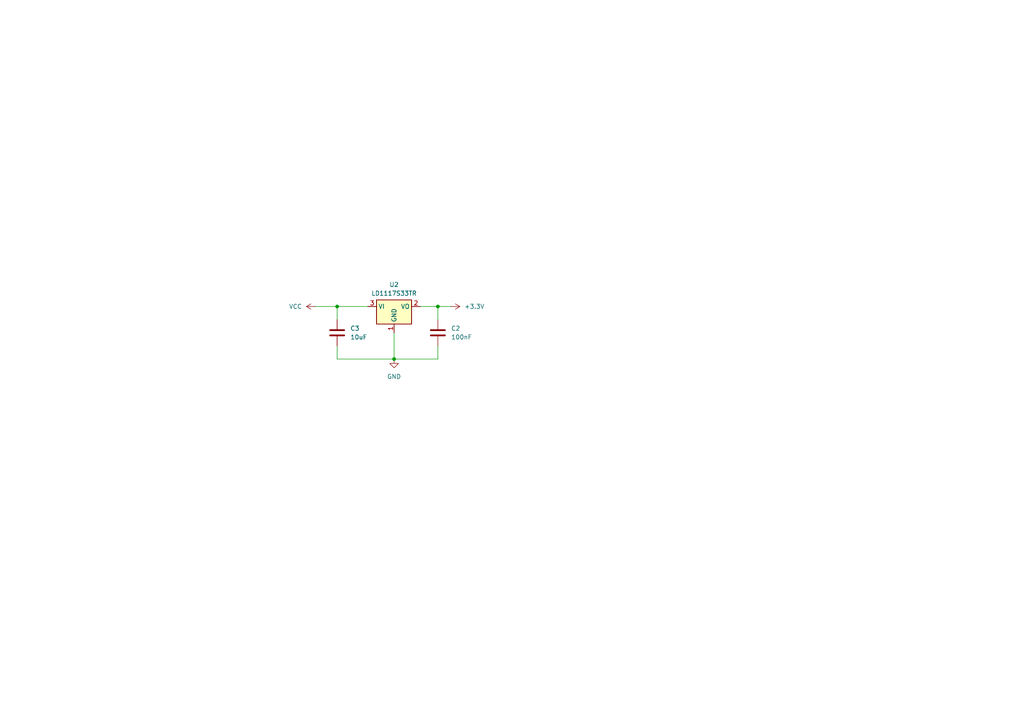
<source format=kicad_sch>
(kicad_sch (version 20250114) (generator "eeschema") (generator_version "9.0")
  (paper "A4")
  (lib_symbols
    (symbol "Device:C" (pin_numbers (hide yes)) (pin_names (offset 0.254))
      (property "Reference" "C" (at 0.635 2.54 0))
      (property "Value" "C" (at 0.635 -2.54 0))
      (symbol "C_0_1"
        (polyline (pts (xy -2.032 0.762) (xy 2.032 0.762)) (stroke (width 0.508)))
        (polyline (pts (xy -2.032 -0.762) (xy 2.032 -0.762)) (stroke (width 0.508)))
      )
      (symbol "C_1_1"
        (pin passive line (at 0 3.81 270) (length 2.794) (name "~") (number "1"))
        (pin passive line (at 0 -3.81 90) (length 2.794) (name "~") (number "2"))
      )
    )
    (symbol "Regulator_Linear:LD1117S33TR_SOT223"
      (property "Reference" "U" (at -3.81 3.175 0))
      (property "Value" "LD1117S33TR_SOT223" (at 0 3.175 0))
      (symbol "LD1117S33TR_SOT223_0_1"
        (rectangle (start -5.08 -5.08) (end 5.08 1.905) (stroke (width 0.254)) (fill (type background)))
      )
      (symbol "LD1117S33TR_SOT223_1_1"
        (pin power_in line (at -7.62 0 0) (length 2.54) (name "VI") (number "3"))
        (pin power_in line (at 0 -7.62 90) (length 2.54) (name "GND") (number "1"))
        (pin power_out line (at 7.62 0 180) (length 2.54) (name "VO") (number "2"))
      )
    )
    (symbol "power:+3.3V" (power) (pin_numbers (hide yes)) (pin_names (offset 0) (hide yes))
      (property "Value" "+3.3V" (at 0 3.556 0))
      (symbol "+3.3V_0_1"
        (polyline (pts (xy -0.762 1.27) (xy 0 2.54)))
        (polyline (pts (xy 0 2.54) (xy 0.762 1.27)))
        (polyline (pts (xy 0 0) (xy 0 2.54)))
      )
      (symbol "+3.3V_1_1"
        (pin power_in line (at 0 0 90) (length 0) (name "~") (number "1"))
      )
    )
    (symbol "power:GND" (power) (pin_numbers (hide yes)) (pin_names (offset 0) (hide yes))
      (property "Value" "GND" (at 0 -3.81 0))
      (symbol "GND_0_1"
        (polyline (pts (xy 0 0) (xy 0 -1.27) (xy 1.27 -1.27) (xy 0 -2.54) (xy -1.27 -1.27) (xy 0 -1.27)))
      )
      (symbol "GND_1_1"
        (pin power_in line (at 0 0 270) (length 0) (name "~") (number "1"))
      )
    )
    (symbol "power:VCC" (power) (pin_numbers (hide yes)) (pin_names (offset 0) (hide yes))
      (property "Value" "VCC" (at 0 3.556 0))
      (symbol "VCC_0_1"
        (polyline (pts (xy -0.762 1.27) (xy 0 2.54)))
        (polyline (pts (xy 0 2.54) (xy 0.762 1.27)))
        (polyline (pts (xy 0 0) (xy 0 2.54)))
      )
      (symbol "VCC_1_1"
        (pin power_in line (at 0 0 90) (length 0) (name "~") (number "1"))
      )
    )
  )
  (junction (at 127 88.9))
  (junction (at 97.79 88.9))
  (junction (at 114.3 104.14))
  (wire (pts (xy 91.44 88.9) (xy 97.79 88.9)))
  (wire (pts (xy 97.79 100.33) (xy 97.79 104.14)))
  (wire (pts (xy 121.92 88.9) (xy 127 88.9)))
  (wire (pts (xy 114.3 96.52) (xy 114.3 104.14)))
  (wire (pts (xy 127 92.71) (xy 127 88.9)))
  (wire (pts (xy 97.79 88.9) (xy 106.68 88.9)))
  (wire (pts (xy 97.79 104.14) (xy 114.3 104.14)))
  (wire (pts (xy 127 88.9) (xy 130.81 88.9)))
  (wire (pts (xy 127 104.14) (xy 127 100.33)))
  (wire (pts (xy 114.3 104.14) (xy 127 104.14)))
  (wire (pts (xy 97.79 88.9) (xy 97.79 92.71)))
  (symbol (lib_id "Device:C") (at 97.79 96.52 0) (unit 1)
    (property "Reference" "C3" (at 101.6 95.2499 0) (effects (justify left)))
    (property "Value" "10uF" (at 101.6 97.7899 0) (effects (justify left)))
    (property "Footprint" "Capacitor_SMD:C_0805_2012Metric_Pad1.18x1.45mm_HandSolder" (effects (hide yes)))
    (property "Description" "Unpolarized capacitor" (effects (hide yes)))
    (property "LCSC Part" "C15850" (effects (hide yes)))
  )
  (symbol (lib_id "Regulator_Linear:LD1117S33TR_SOT223") (at 114.3 88.9 0) (unit 1)
    (property "Reference" "U2" (at 114.3 82.55 0))
    (property "Value" "LD1117S33TR" (at 114.3 85.09 0))
    (property "Footprint" "Package_TO_SOT_SMD:SOT-223-3_TabPin2" (effects (hide yes)))
    (property "Datasheet" "http://www.st.com/st-web-ui/static/active/en/resource/technical/document/datasheet/CD00000544.pdf" (effects (hide yes)))
    (property "Description" "800mA Fixed Low Drop Positive Voltage Regulator, Fixed Output 3.3V, SOT-223" (effects (hide yes)))
    (property "LCSC Part" "C86781" (effects (hide yes)))
  )
  (symbol (lib_id "power:+3.3V") (at 130.81 88.9 270) (unit 1)
    (property "Reference" "#PWR013" (effects (hide yes)))
    (property "Value" "+3.3V" (at 134.62 88.8999 90) (effects (justify left)))
    (property "Description" "Power symbol creates a global label with name \"+3.3V\"" (effects (hide yes)))
  )
  (symbol (lib_id "power:VCC") (at 91.44 88.9 90) (unit 1)
    (property "Reference" "#PWR012" (effects (hide yes)))
    (property "Value" "VCC" (at 87.63 88.8999 90) (effects (justify left)))
    (property "Description" "Power symbol creates a global label with name \"VCC\"" (effects (hide yes)))
  )
  (symbol (lib_id "power:GND") (at 114.3 104.14 0) (unit 1)
    (property "Reference" "#PWR05" (effects (hide yes)))
    (property "Value" "GND" (at 114.3 109.22 0))
    (property "Description" "Power symbol creates a global label with name \"GND\" , ground" (effects (hide yes)))
  )
  (symbol (lib_id "Device:C") (at 127 96.52 0) (unit 1)
    (property "Reference" "C2" (at 130.81 95.2499 0) (effects (justify left)))
    (property "Value" "100nF" (at 130.81 97.7899 0) (effects (justify left)))
    (property "Footprint" "Capacitor_SMD:C_0805_2012Metric_Pad1.18x1.45mm_HandSolder" (effects (hide yes)))
    (property "Description" "Unpolarized capacitor" (effects (hide yes)))
    (property "LCSC Part" "C49678" (effects (hide yes)))
  )
)
</source>
